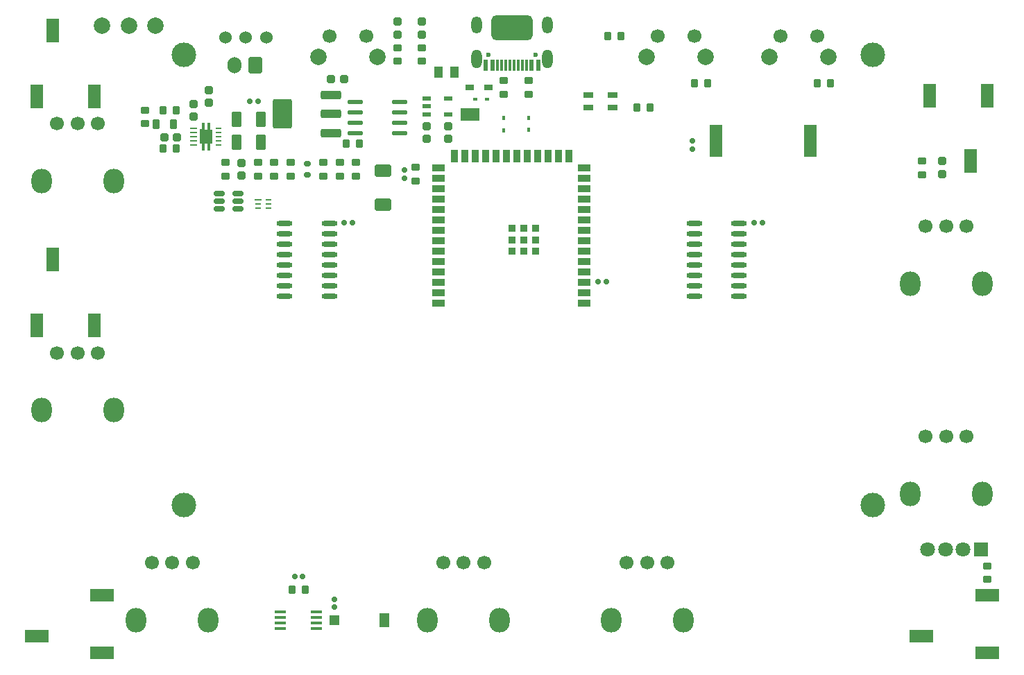
<source format=gbr>
%TF.GenerationSoftware,KiCad,Pcbnew,9.0.3*%
%TF.CreationDate,2025-08-10T03:43:02+02:00*%
%TF.ProjectId,Spikeling_v3.0,5370696b-656c-4696-9e67-5f76332e302e,rev?*%
%TF.SameCoordinates,Original*%
%TF.FileFunction,Soldermask,Top*%
%TF.FilePolarity,Negative*%
%FSLAX46Y46*%
G04 Gerber Fmt 4.6, Leading zero omitted, Abs format (unit mm)*
G04 Created by KiCad (PCBNEW 9.0.3) date 2025-08-10 03:43:02*
%MOMM*%
%LPD*%
G01*
G04 APERTURE LIST*
G04 Aperture macros list*
%AMRoundRect*
0 Rectangle with rounded corners*
0 $1 Rounding radius*
0 $2 $3 $4 $5 $6 $7 $8 $9 X,Y pos of 4 corners*
0 Add a 4 corners polygon primitive as box body*
4,1,4,$2,$3,$4,$5,$6,$7,$8,$9,$2,$3,0*
0 Add four circle primitives for the rounded corners*
1,1,$1+$1,$2,$3*
1,1,$1+$1,$4,$5*
1,1,$1+$1,$6,$7*
1,1,$1+$1,$8,$9*
0 Add four rect primitives between the rounded corners*
20,1,$1+$1,$2,$3,$4,$5,0*
20,1,$1+$1,$4,$5,$6,$7,0*
20,1,$1+$1,$6,$7,$8,$9,0*
20,1,$1+$1,$8,$9,$2,$3,0*%
%AMFreePoly0*
4,1,21,-0.180000,0.885000,0.180000,0.885000,0.180000,1.715000,0.470000,1.715000,0.470000,0.885000,0.760000,0.885000,0.760000,-0.885000,0.470000,-0.885000,0.470000,-1.705000,0.180000,-1.705000,0.180000,-0.885000,-0.180000,-0.885000,-0.180000,-1.705000,-0.470000,-1.705000,-0.470000,-0.885000,-0.760000,-0.885000,-0.760000,0.895000,-0.470000,0.895000,-0.470000,1.715000,-0.180000,1.715000,
-0.180000,0.885000,-0.180000,0.885000,$1*%
G04 Aperture macros list end*
%ADD10R,0.750000X0.280000*%
%ADD11R,0.840000X0.280000*%
%ADD12C,2.000000*%
%ADD13C,1.524000*%
%ADD14RoundRect,0.244000X0.269000X-0.244000X0.269000X0.244000X-0.269000X0.244000X-0.269000X-0.244000X0*%
%ADD15RoundRect,0.150000X-0.512500X-0.150000X0.512500X-0.150000X0.512500X0.150000X-0.512500X0.150000X0*%
%ADD16C,1.700000*%
%ADD17O,2.500000X3.000000*%
%ADD18RoundRect,0.219000X-0.294000X0.219000X-0.294000X-0.219000X0.294000X-0.219000X0.294000X0.219000X0*%
%ADD19RoundRect,0.219000X0.294000X-0.219000X0.294000X0.219000X-0.294000X0.219000X-0.294000X-0.219000X0*%
%ADD20RoundRect,0.244000X-0.244000X-0.269000X0.244000X-0.269000X0.244000X0.269000X-0.244000X0.269000X0*%
%ADD21O,1.971000X0.602000*%
%ADD22RoundRect,0.244000X0.244000X0.269000X-0.244000X0.269000X-0.244000X-0.269000X0.244000X-0.269000X0*%
%ADD23R,1.500000X3.000000*%
%ADD24R,3.000000X1.500000*%
%ADD25RoundRect,0.219000X0.219000X0.294000X-0.219000X0.294000X-0.219000X-0.294000X0.219000X-0.294000X0*%
%ADD26R,1.100000X0.600000*%
%ADD27R,1.500000X0.900000*%
%ADD28R,0.900000X1.500000*%
%ADD29R,0.900000X0.900000*%
%ADD30RoundRect,0.250000X-1.000000X-0.300000X1.000000X-0.300000X1.000000X0.300000X-1.000000X0.300000X0*%
%ADD31C,0.500000*%
%ADD32RoundRect,0.250000X-0.920000X-1.550000X0.920000X-1.550000X0.920000X1.550000X-0.920000X1.550000X0*%
%ADD33R,1.300000X0.800000*%
%ADD34RoundRect,0.159000X-0.159000X-0.189000X0.159000X-0.189000X0.159000X0.189000X-0.159000X0.189000X0*%
%ADD35RoundRect,0.244000X-0.269000X0.244000X-0.269000X-0.244000X0.269000X-0.244000X0.269000X0.244000X0*%
%ADD36RoundRect,0.219000X-0.219000X-0.294000X0.219000X-0.294000X0.219000X0.294000X-0.219000X0.294000X0*%
%ADD37R,1.500000X4.000000*%
%ADD38R,1.000000X1.500000*%
%ADD39C,3.000000*%
%ADD40O,1.950000X0.568500*%
%ADD41O,1.450000X0.380000*%
%ADD42RoundRect,0.169000X0.219000X-0.169000X0.219000X0.169000X-0.219000X0.169000X-0.219000X-0.169000X0*%
%ADD43RoundRect,0.287778X-0.714222X0.489222X-0.714222X-0.489222X0.714222X-0.489222X0.714222X0.489222X0*%
%ADD44RoundRect,0.266521X0.346479X0.671479X-0.346479X0.671479X-0.346479X-0.671479X0.346479X-0.671479X0*%
%ADD45RoundRect,0.159000X0.159000X0.189000X-0.159000X0.189000X-0.159000X-0.189000X0.159000X-0.189000X0*%
%ADD46C,0.600000*%
%ADD47R,0.300000X1.400000*%
%ADD48R,0.500000X1.400000*%
%ADD49O,1.300000X2.300000*%
%ADD50O,1.300000X2.100000*%
%ADD51RoundRect,0.500000X2.000000X1.000000X-2.000000X1.000000X-2.000000X-1.000000X2.000000X-1.000000X0*%
%ADD52RoundRect,0.159000X-0.189000X0.159000X-0.189000X-0.159000X0.189000X-0.159000X0.189000X0.159000X0*%
%ADD53R,0.400000X0.600000*%
%ADD54RoundRect,0.239000X-0.274000X0.239000X-0.274000X-0.239000X0.274000X-0.239000X0.274000X0.239000X0*%
%ADD55R,1.199000X1.199000*%
%ADD56R,1.200000X1.800000*%
%ADD57RoundRect,0.159000X0.189000X-0.159000X0.189000X0.159000X-0.189000X0.159000X-0.189000X-0.159000X0*%
%ADD58R,0.600000X0.400000*%
%ADD59RoundRect,0.220000X-0.220000X-0.380000X0.220000X-0.380000X0.220000X0.380000X-0.220000X0.380000X0*%
%ADD60R,1.132500X1.377000*%
%ADD61R,0.850000X0.240000*%
%ADD62R,0.800000X0.230000*%
%ADD63FreePoly0,0.000000*%
%ADD64R,1.000000X0.750000*%
%ADD65RoundRect,0.250000X0.600000X0.750000X-0.600000X0.750000X-0.600000X-0.750000X0.600000X-0.750000X0*%
%ADD66O,1.700000X2.000000*%
%ADD67R,1.800000X1.800000*%
%ADD68C,1.800000*%
G04 APERTURE END LIST*
%TO.C,JP1*%
G36*
X155050000Y-63025000D02*
G01*
X154750000Y-63025000D01*
X154750000Y-61525000D01*
X155050000Y-61525000D01*
X155050000Y-63025000D01*
G37*
%TD*%
D10*
%TO.C,U7*%
X130261000Y-72700000D03*
X130261000Y-73200000D03*
X130261000Y-73700000D03*
X128989000Y-73700000D03*
X128989000Y-73200000D03*
D11*
X129044000Y-72700000D03*
%TD*%
D12*
%TO.C,TP3*%
X116500000Y-51500000D03*
%TD*%
D13*
%TO.C,SW5*%
X125000000Y-52885034D03*
X127500000Y-52885034D03*
X130000000Y-52885034D03*
%TD*%
D14*
%TO.C,C17*%
X122975000Y-59345000D03*
X122975000Y-60905000D03*
%TD*%
D15*
%TO.C,Q1*%
X124262500Y-71912500D03*
X124262500Y-72862500D03*
X124262500Y-73812500D03*
X126537500Y-73812500D03*
X126537500Y-72862500D03*
X126537500Y-71912500D03*
%TD*%
D16*
%TO.C,VR2*%
X156620000Y-117000000D03*
X154120000Y-117000000D03*
X151620000Y-117000000D03*
D17*
X149720000Y-124000000D03*
X158520000Y-124000000D03*
%TD*%
D18*
%TO.C,R13*%
X139000000Y-68180000D03*
X139000000Y-69820000D03*
%TD*%
D19*
%TO.C,R18*%
X149000000Y-55820000D03*
X149000000Y-54180000D03*
%TD*%
D20*
%TO.C,C2*%
X137945000Y-57975000D03*
X139505000Y-57975000D03*
%TD*%
D18*
%TO.C,R19*%
X137000000Y-68180000D03*
X137000000Y-69820000D03*
%TD*%
D21*
%TO.C,U3*%
X132264500Y-75555000D03*
X132264500Y-76825000D03*
X132264500Y-78095000D03*
X132264500Y-79365000D03*
X132264500Y-80635000D03*
X132264500Y-81905000D03*
X132264500Y-83175000D03*
X132264500Y-84445000D03*
X137735500Y-84445000D03*
X137735500Y-83175000D03*
X137735500Y-81905000D03*
X137735500Y-80635000D03*
X137735500Y-79365000D03*
X137735500Y-78095000D03*
X137735500Y-76825000D03*
X137735500Y-75555000D03*
%TD*%
D18*
%TO.C,R9*%
X210025000Y-68005000D03*
X210025000Y-69645000D03*
%TD*%
D22*
%TO.C,C15*%
X119130000Y-65100000D03*
X117570000Y-65100000D03*
%TD*%
D23*
%TO.C,J4*%
X102000000Y-88000000D03*
X104000000Y-80000000D03*
X109000000Y-88000000D03*
%TD*%
D12*
%TO.C,TP2*%
X110000000Y-51500000D03*
%TD*%
D24*
%TO.C,J5*%
X218000000Y-128000000D03*
X210000000Y-126000000D03*
X218000000Y-121000000D03*
%TD*%
D25*
%TO.C,R7*%
X134795000Y-120325000D03*
X133155000Y-120325000D03*
%TD*%
D26*
%TO.C,U6*%
X149625000Y-60375000D03*
X149625000Y-61325000D03*
X149625000Y-62275000D03*
X152225000Y-62275000D03*
X152225000Y-60375000D03*
%TD*%
D19*
%TO.C,R8*%
X218000000Y-119045000D03*
X218000000Y-117405000D03*
%TD*%
D27*
%TO.C,U1*%
X168850000Y-85310000D03*
X168850000Y-84040000D03*
X168850000Y-82770000D03*
X168850000Y-81500000D03*
X168850000Y-80230000D03*
X168850000Y-78960000D03*
X168850000Y-77690000D03*
X168850000Y-76420000D03*
X168850000Y-75150000D03*
X168850000Y-73880000D03*
X168850000Y-72610000D03*
X168850000Y-71340000D03*
X168850000Y-70070000D03*
X168850000Y-68800000D03*
D28*
X166935000Y-67401000D03*
X165665000Y-67401000D03*
X164395000Y-67401000D03*
X163125000Y-67401000D03*
X161855000Y-67401000D03*
X160585000Y-67401000D03*
X159315000Y-67401000D03*
X158045000Y-67401000D03*
X156775000Y-67401000D03*
X155505000Y-67401000D03*
X154235000Y-67401000D03*
X152965000Y-67401000D03*
D27*
X151050000Y-68800000D03*
X151050000Y-70070000D03*
X151050000Y-71340000D03*
X151050000Y-72610000D03*
X151050000Y-73880000D03*
X151050000Y-75150000D03*
X151050000Y-76420000D03*
X151050000Y-77690000D03*
X151050000Y-78960000D03*
X151050000Y-80230000D03*
X151050000Y-81500000D03*
X151050000Y-82770000D03*
X151050000Y-84040000D03*
X151050000Y-85310000D03*
D29*
X162849500Y-78990500D03*
X162849500Y-77590500D03*
X162849500Y-76190500D03*
X161449500Y-78990500D03*
X161449500Y-77590500D03*
X161449500Y-76190500D03*
X160049500Y-78990500D03*
X160049500Y-77590500D03*
X160049500Y-76190500D03*
%TD*%
D30*
%TO.C,U2*%
X137945000Y-64550000D03*
X137945000Y-62250000D03*
X137945000Y-59950000D03*
D31*
X131975000Y-61250000D03*
X131975000Y-62250000D03*
D32*
X131975000Y-62250000D03*
D31*
X131975000Y-63250000D03*
%TD*%
D16*
%TO.C,VR1*%
X121050000Y-117000000D03*
X118550000Y-117000000D03*
X116050000Y-117000000D03*
D17*
X114150000Y-124000000D03*
X122950000Y-124000000D03*
%TD*%
D33*
%TO.C,D7*%
X169300000Y-61425000D03*
X169300000Y-59925000D03*
X172300000Y-59925000D03*
X172300000Y-61425000D03*
%TD*%
D34*
%TO.C,C5*%
X170525000Y-82720000D03*
X171525000Y-82720000D03*
%TD*%
D35*
%TO.C,C14*%
X149625000Y-63720000D03*
X149625000Y-65280000D03*
%TD*%
D36*
%TO.C,R15*%
X117430000Y-66475000D03*
X119070000Y-66475000D03*
%TD*%
D16*
%TO.C,VR5*%
X215500000Y-101600000D03*
X213000000Y-101600000D03*
X210500000Y-101600000D03*
D17*
X208600000Y-108600000D03*
X217400000Y-108600000D03*
%TD*%
D37*
%TO.C,B1*%
X184925000Y-65500000D03*
X196425000Y-65500000D03*
%TD*%
D38*
%TO.C,JP1*%
X155550000Y-62275000D03*
X154250000Y-62275000D03*
%TD*%
D39*
%TO.C,H2*%
X204000000Y-55000000D03*
%TD*%
D40*
%TO.C,Q2*%
X140895000Y-60745000D03*
X140895000Y-62015000D03*
X140895000Y-63285000D03*
X140895000Y-64555000D03*
X146305000Y-64555000D03*
X146305000Y-63285000D03*
X146305000Y-62015000D03*
X146305000Y-60745000D03*
%TD*%
D36*
%TO.C,R12*%
X197255000Y-58500000D03*
X198895000Y-58500000D03*
%TD*%
D19*
%TO.C,R5*%
X148200000Y-70395000D03*
X148200000Y-68755000D03*
%TD*%
D41*
%TO.C,U5*%
X131750000Y-123050000D03*
X131750000Y-123700000D03*
X131750000Y-124350000D03*
X131750000Y-125000000D03*
X136150000Y-125000000D03*
X136150000Y-124350000D03*
X136150000Y-123700000D03*
X136150000Y-123050000D03*
%TD*%
D42*
%TO.C,D9*%
X135000000Y-68300000D03*
X135000000Y-69700000D03*
%TD*%
D43*
%TO.C,SW1*%
X144225000Y-69150000D03*
X144225000Y-73300000D03*
%TD*%
D44*
%TO.C,C1*%
X129355000Y-65725000D03*
X126395000Y-65725000D03*
%TD*%
D18*
%TO.C,R14*%
X133000000Y-68180000D03*
X133000000Y-69820000D03*
%TD*%
D25*
%TO.C,R16*%
X119070000Y-61775000D03*
X117430000Y-61775000D03*
%TD*%
D34*
%TO.C,C7*%
X139500000Y-75550000D03*
X140500000Y-75550000D03*
%TD*%
D14*
%TO.C,C16*%
X121175000Y-62555000D03*
X121175000Y-60995000D03*
%TD*%
%TO.C,C18*%
X127000000Y-69780000D03*
X127000000Y-68220000D03*
%TD*%
D45*
%TO.C,C8*%
X190550000Y-75550000D03*
X189550000Y-75550000D03*
%TD*%
D39*
%TO.C,H1*%
X120000000Y-55000000D03*
%TD*%
D19*
%TO.C,R3*%
X146000000Y-55820000D03*
X146000000Y-54180000D03*
%TD*%
D23*
%TO.C,J6*%
X218000000Y-60000000D03*
X216000000Y-68000000D03*
X211000000Y-60000000D03*
%TD*%
%TO.C,J3*%
X102000000Y-60100000D03*
X104000000Y-52100000D03*
X109000000Y-60100000D03*
%TD*%
D35*
%TO.C,C11*%
X212500000Y-68000000D03*
X212500000Y-69560000D03*
%TD*%
D46*
%TO.C,J1*%
X162890000Y-55050000D03*
X157110000Y-55050000D03*
D47*
X161250000Y-56250000D03*
X160250000Y-56250000D03*
X159750000Y-56250000D03*
X158750000Y-56250000D03*
D48*
X157600000Y-56250000D03*
X156800000Y-56250000D03*
D47*
X158250000Y-56250000D03*
X159250000Y-56250000D03*
X160750000Y-56250000D03*
X161750000Y-56250000D03*
D48*
X162400000Y-56250000D03*
X163200000Y-56250000D03*
D49*
X164330000Y-55570000D03*
D50*
X164330000Y-51370000D03*
D31*
X162000000Y-52750000D03*
X162000000Y-50750000D03*
D51*
X160000000Y-51750000D03*
D31*
X158000000Y-52750000D03*
X158000000Y-50750000D03*
D49*
X155670000Y-55570000D03*
D50*
X155670000Y-51370000D03*
%TD*%
D12*
%TO.C,TP1*%
X113250000Y-51500000D03*
%TD*%
D16*
%TO.C,SW3*%
X182250000Y-52750000D03*
X177750000Y-52750000D03*
D12*
X176400000Y-55250000D03*
X183600000Y-55250000D03*
%TD*%
D34*
%TO.C,C10*%
X133475000Y-118725000D03*
X134475000Y-118725000D03*
%TD*%
D16*
%TO.C,SW2*%
X142250000Y-52750000D03*
X137750000Y-52750000D03*
D12*
X136400000Y-55250000D03*
X143600000Y-55250000D03*
%TD*%
D52*
%TO.C,C9*%
X138300000Y-121450000D03*
X138300000Y-122450000D03*
%TD*%
D53*
%TO.C,D2*%
X159000000Y-62725000D03*
X159000000Y-64225000D03*
%TD*%
D25*
%TO.C,R21*%
X141395000Y-65850000D03*
X139755000Y-65850000D03*
%TD*%
D19*
%TO.C,R14*%
X141000000Y-69820000D03*
X141000000Y-68180000D03*
%TD*%
D54*
%TO.C,D10*%
X149000000Y-50960000D03*
X149000000Y-52540000D03*
%TD*%
D19*
%TO.C,R15*%
X125000000Y-69820000D03*
X125000000Y-68180000D03*
%TD*%
D36*
%TO.C,R11*%
X182255000Y-58500000D03*
X183895000Y-58500000D03*
%TD*%
D55*
%TO.C,D6*%
X138300000Y-124025000D03*
D56*
X144400000Y-124025000D03*
%TD*%
D18*
%TO.C,R20*%
X131000000Y-68180000D03*
X131000000Y-69820000D03*
%TD*%
D25*
%TO.C,R4*%
X173320000Y-52750000D03*
X171680000Y-52750000D03*
%TD*%
D57*
%TO.C,C12*%
X182000000Y-66500000D03*
X182000000Y-65500000D03*
%TD*%
D58*
%TO.C,D4*%
X155500000Y-60400000D03*
X157000000Y-60400000D03*
%TD*%
D59*
%TO.C,L2*%
X116600000Y-63450000D03*
X118720000Y-63450000D03*
%TD*%
D39*
%TO.C,H3*%
X204000000Y-110000000D03*
%TD*%
D18*
%TO.C,R17*%
X115250000Y-61780000D03*
X115250000Y-63420000D03*
%TD*%
D44*
%TO.C,C3*%
X129355000Y-62925000D03*
X126395000Y-62925000D03*
%TD*%
D16*
%TO.C,VR6*%
X109500000Y-63400000D03*
X107000000Y-63400000D03*
X104500000Y-63400000D03*
D17*
X102600000Y-70400000D03*
X111400000Y-70400000D03*
%TD*%
D16*
%TO.C,VR4*%
X215500000Y-75972000D03*
X213000000Y-75972000D03*
X210500000Y-75972000D03*
D17*
X208600000Y-82972000D03*
X217400000Y-82972000D03*
%TD*%
D60*
%TO.C,L1*%
X152950000Y-57150000D03*
X151018000Y-57150000D03*
%TD*%
D21*
%TO.C,U4*%
X182264500Y-75555000D03*
X182264500Y-76825000D03*
X182264500Y-78095000D03*
X182264500Y-79365000D03*
X182264500Y-80635000D03*
X182264500Y-81905000D03*
X182264500Y-83175000D03*
X182264500Y-84445000D03*
X187735500Y-84445000D03*
X187735500Y-83175000D03*
X187735500Y-81905000D03*
X187735500Y-80635000D03*
X187735500Y-79365000D03*
X187735500Y-78095000D03*
X187735500Y-76825000D03*
X187735500Y-75555000D03*
%TD*%
D16*
%TO.C,VR3*%
X179000000Y-117000000D03*
X176500000Y-117000000D03*
X174000000Y-117000000D03*
D17*
X172100000Y-124000000D03*
X180900000Y-124000000D03*
%TD*%
D36*
%TO.C,R10*%
X175255000Y-61425000D03*
X176895000Y-61425000D03*
%TD*%
D16*
%TO.C,SW4*%
X197250000Y-52750000D03*
X192750000Y-52750000D03*
D12*
X191400000Y-55250000D03*
X198600000Y-55250000D03*
%TD*%
D19*
%TO.C,R6*%
X129000000Y-69820000D03*
X129000000Y-68180000D03*
%TD*%
D61*
%TO.C,U8*%
X121175000Y-64000000D03*
X121175000Y-64500000D03*
X121175000Y-65000000D03*
X121175000Y-65500000D03*
X121175000Y-66000000D03*
D62*
X124175000Y-66000000D03*
X124175000Y-65500000D03*
X124175000Y-65000000D03*
X124175000Y-64500000D03*
X124175000Y-64000000D03*
D63*
X122675000Y-65005000D03*
%TD*%
D16*
%TO.C,VR7*%
X109500000Y-91400000D03*
X107000000Y-91400000D03*
X104500000Y-91400000D03*
D17*
X102600000Y-98400000D03*
X111400000Y-98400000D03*
%TD*%
D64*
%TO.C,D1*%
X154802500Y-58975000D03*
X157147500Y-58975000D03*
%TD*%
D53*
%TO.C,D3*%
X162025000Y-62700000D03*
X162025000Y-64200000D03*
%TD*%
D57*
%TO.C,C6*%
X146850000Y-70075000D03*
X146850000Y-69075000D03*
%TD*%
D39*
%TO.C,H4*%
X120000000Y-110000000D03*
%TD*%
D18*
%TO.C,R2*%
X159000000Y-58180000D03*
X159000000Y-59820000D03*
%TD*%
D24*
%TO.C,J2*%
X110000000Y-128000000D03*
X102000000Y-126000000D03*
X110000000Y-121000000D03*
%TD*%
D45*
%TO.C,C4*%
X129000000Y-60725000D03*
X128000000Y-60725000D03*
%TD*%
D35*
%TO.C,C13*%
X152225000Y-63720000D03*
X152225000Y-65280000D03*
%TD*%
D18*
%TO.C,R1*%
X162000000Y-58180000D03*
X162000000Y-59820000D03*
%TD*%
D54*
%TO.C,D5*%
X146000000Y-50960000D03*
X146000000Y-52540000D03*
%TD*%
D65*
%TO.C,BT1*%
X128675000Y-56300000D03*
D66*
X126175000Y-56300000D03*
%TD*%
D67*
%TO.C,D8*%
X217234000Y-115350000D03*
D68*
X215075000Y-115350000D03*
X212916000Y-115350000D03*
X210757000Y-115350000D03*
%TD*%
M02*

</source>
